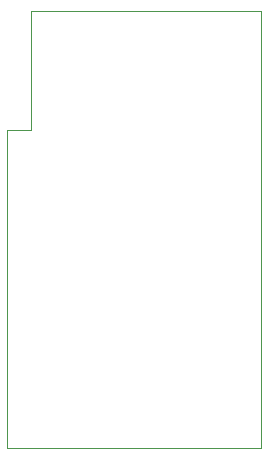
<source format=gm1>
G04 #@! TF.GenerationSoftware,KiCad,Pcbnew,(5.1.0)-1*
G04 #@! TF.CreationDate,2019-11-14T11:54:30+01:00*
G04 #@! TF.ProjectId,perpendicular_pcb,70657270-656e-4646-9963-756c61725f70,rev?*
G04 #@! TF.SameCoordinates,Original*
G04 #@! TF.FileFunction,Profile,NP*
%FSLAX46Y46*%
G04 Gerber Fmt 4.6, Leading zero omitted, Abs format (unit mm)*
G04 Created by KiCad (PCBNEW (5.1.0)-1) date 2019-11-14 11:54:30*
%MOMM*%
%LPD*%
G04 APERTURE LIST*
%ADD10C,0.100000*%
G04 APERTURE END LIST*
D10*
X141000000Y-92300000D02*
X139000000Y-92300000D01*
X141000000Y-82300000D02*
X141000000Y-92300000D01*
X139000000Y-119300000D02*
X160500000Y-119300000D01*
X160500000Y-82300000D02*
X160500000Y-119300000D01*
X139000000Y-92300000D02*
X139000000Y-119300000D01*
X141000000Y-82300000D02*
X160500000Y-82300000D01*
M02*

</source>
